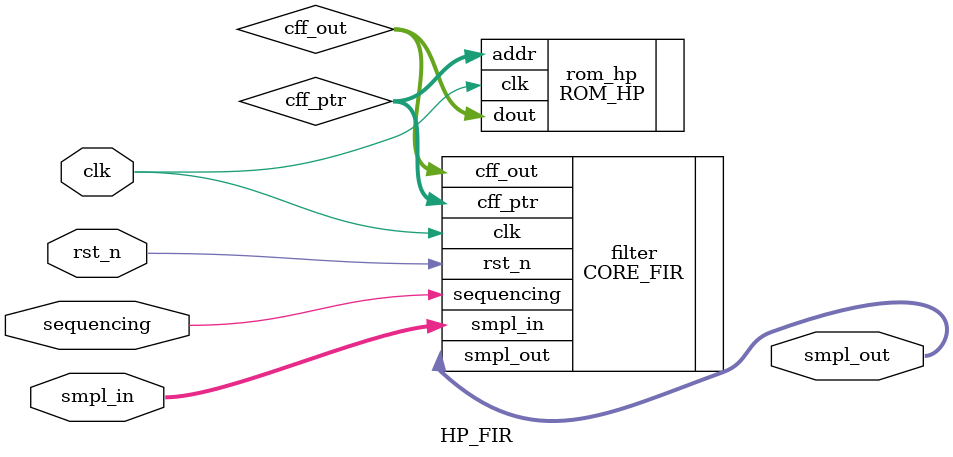
<source format=sv>
module HP_FIR(clk, rst_n, sequencing, smpl_in, smpl_out);
input clk, rst_n, sequencing;
input signed [15:0] smpl_in;

reg [9:0] cff_ptr;
reg signed [15:0] cff_out;
output reg [15:0] smpl_out;

ROM_HP rom_hp(.clk(clk), .addr(cff_ptr), .dout(cff_out));

CORE_FIR filter(.clk(clk),
                .rst_n(rst_n),
                .sequencing(sequencing),
                .smpl_in(smpl_in),
                .smpl_out(smpl_out),
                .cff_ptr(cff_ptr),
                .cff_out(cff_out)
                );


endmodule

</source>
